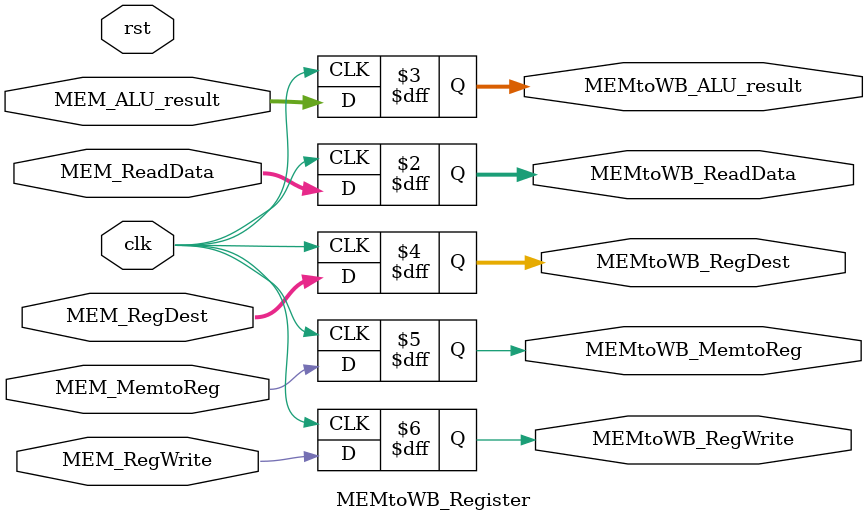
<source format=v>
module MEMtoWB_Register (
    input clk, rst,

    // datapath input
    input wire [31:0] MEM_ReadData,
    input wire [31:0] MEM_ALU_result,
    input wire [4:0] MEM_RegDest,

    // control input
    input wire MEM_MemtoReg,
    input wire MEM_RegWrite,

    // datapath output
    output reg [31:0] MEMtoWB_ReadData,
    output reg [31:0] MEMtoWB_ALU_result,
    output reg [4:0] MEMtoWB_RegDest,

    // control output
    output reg MEMtoWB_MemtoReg,
    output reg MEMtoWB_RegWrite,

);

    always @(posedge clk) begin
        // datapath
        MEMtoWB_ReadData <= MEM_ReadData;
        MEMtoWB_ALU_result <= MEM_ALU_result;
        MEMtoWB_RegDest <= MEM_RegDest;

        // control
        MEMtoWB_MemtoReg <= MEM_MemtoReg;
        MEMtoWB_RegWrite <= MEM_RegWrite;
    end

endmodule
</source>
